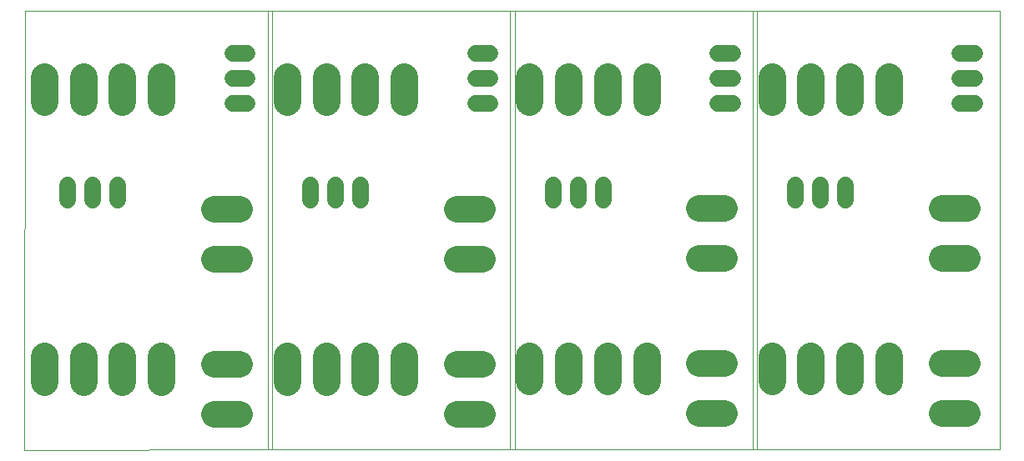
<source format=gbs>
G75*
%MOIN*%
%OFA0B0*%
%FSLAX25Y25*%
%IPPOS*%
%LPD*%
%AMOC8*
5,1,8,0,0,1.08239X$1,22.5*
%
%ADD10C,0.00000*%
%ADD11C,0.06800*%
%ADD12C,0.10839*%
%ADD13C,0.06737*%
%ADD14C,0.10800*%
D10*
X0001000Y0001000D02*
X0001200Y0176576D01*
X0099901Y0176576D01*
X0099901Y0001300D01*
X0001000Y0001000D01*
X0098213Y0001300D02*
X0098213Y0176576D01*
X0196914Y0176576D01*
X0196914Y0001300D01*
X0098213Y0001300D01*
X0195006Y0001370D02*
X0195006Y0176646D01*
X0293707Y0176646D01*
X0293707Y0001370D01*
X0195006Y0001370D01*
X0291809Y0001370D02*
X0291809Y0176646D01*
X0390510Y0176646D01*
X0390510Y0001370D01*
X0291809Y0001370D01*
D11*
X0308935Y0100929D02*
X0308935Y0106929D01*
X0318935Y0106929D02*
X0318935Y0100929D01*
X0328935Y0100929D02*
X0328935Y0106929D01*
X0232132Y0106929D02*
X0232132Y0100929D01*
X0222132Y0100929D02*
X0222132Y0106929D01*
X0212132Y0106929D02*
X0212132Y0100929D01*
X0135339Y0100859D02*
X0135339Y0106859D01*
X0125339Y0106859D02*
X0125339Y0100859D01*
X0115339Y0100859D02*
X0115339Y0106859D01*
X0038326Y0106859D02*
X0038326Y0100859D01*
X0028326Y0100859D02*
X0028326Y0106859D01*
X0018326Y0106859D02*
X0018326Y0100859D01*
D12*
X0024468Y0140217D02*
X0024468Y0150257D01*
X0040058Y0150257D02*
X0040058Y0140217D01*
X0055649Y0140217D02*
X0055649Y0150257D01*
X0008877Y0150257D02*
X0008877Y0140217D01*
X0105890Y0140217D02*
X0105890Y0150257D01*
X0121481Y0150257D02*
X0121481Y0140217D01*
X0137071Y0140217D02*
X0137071Y0150257D01*
X0152662Y0150257D02*
X0152662Y0140217D01*
X0202683Y0140287D02*
X0202683Y0150327D01*
X0218274Y0150327D02*
X0218274Y0140287D01*
X0233864Y0140287D02*
X0233864Y0150327D01*
X0249455Y0150327D02*
X0249455Y0140287D01*
X0299486Y0140287D02*
X0299486Y0150327D01*
X0315077Y0150327D02*
X0315077Y0140287D01*
X0330667Y0140287D02*
X0330667Y0150327D01*
X0346258Y0150327D02*
X0346258Y0140287D01*
X0346258Y0038516D02*
X0346258Y0028476D01*
X0330667Y0028476D02*
X0330667Y0038516D01*
X0315077Y0038516D02*
X0315077Y0028476D01*
X0299486Y0028476D02*
X0299486Y0038516D01*
X0249455Y0038516D02*
X0249455Y0028476D01*
X0233864Y0028476D02*
X0233864Y0038516D01*
X0218274Y0038516D02*
X0218274Y0028476D01*
X0202683Y0028476D02*
X0202683Y0038516D01*
X0152662Y0038446D02*
X0152662Y0028406D01*
X0137071Y0028406D02*
X0137071Y0038446D01*
X0121481Y0038446D02*
X0121481Y0028406D01*
X0105890Y0028406D02*
X0105890Y0038446D01*
X0055649Y0038446D02*
X0055649Y0028406D01*
X0040058Y0028406D02*
X0040058Y0038446D01*
X0024468Y0038446D02*
X0024468Y0028406D01*
X0008877Y0028406D02*
X0008877Y0038446D01*
D13*
X0084137Y0139450D02*
X0090074Y0139450D01*
X0090074Y0149450D02*
X0084137Y0149450D01*
X0084137Y0159450D02*
X0090074Y0159450D01*
X0181150Y0159450D02*
X0187087Y0159450D01*
X0187087Y0149450D02*
X0181150Y0149450D01*
X0181150Y0139450D02*
X0187087Y0139450D01*
X0277943Y0139520D02*
X0283880Y0139520D01*
X0283880Y0149520D02*
X0277943Y0149520D01*
X0277943Y0159520D02*
X0283880Y0159520D01*
X0374746Y0159520D02*
X0380683Y0159520D01*
X0380683Y0149520D02*
X0374746Y0149520D01*
X0374746Y0139520D02*
X0380683Y0139520D01*
D14*
X0377518Y0097488D02*
X0367518Y0097488D01*
X0367518Y0077488D02*
X0377518Y0077488D01*
X0377518Y0035488D02*
X0367518Y0035488D01*
X0367518Y0015488D02*
X0377518Y0015488D01*
X0280715Y0015488D02*
X0270715Y0015488D01*
X0270715Y0035488D02*
X0280715Y0035488D01*
X0280715Y0077488D02*
X0270715Y0077488D01*
X0270715Y0097488D02*
X0280715Y0097488D01*
X0183922Y0097418D02*
X0173922Y0097418D01*
X0173922Y0077418D02*
X0183922Y0077418D01*
X0183922Y0035418D02*
X0173922Y0035418D01*
X0173922Y0015418D02*
X0183922Y0015418D01*
X0086909Y0015418D02*
X0076909Y0015418D01*
X0076909Y0035418D02*
X0086909Y0035418D01*
X0086909Y0077418D02*
X0076909Y0077418D01*
X0076909Y0097418D02*
X0086909Y0097418D01*
M02*

</source>
